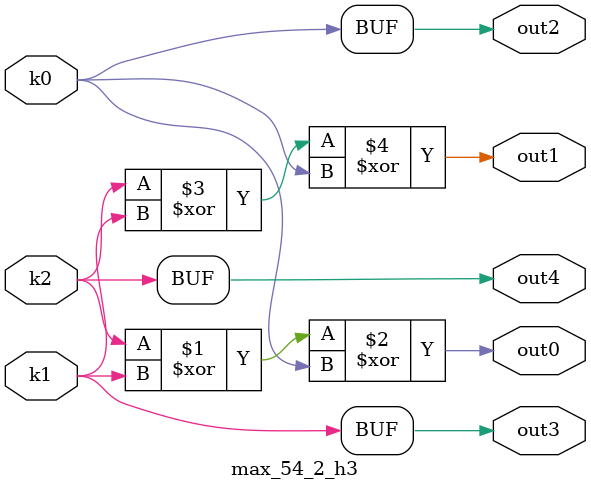
<source format=v>
module max_54_2(pi00, pi01, pi02, pi03, pi04, pi05, pi06, pi07, pi08, pi09, po0, po1, po2, po3, po4);
input pi00, pi01, pi02, pi03, pi04, pi05, pi06, pi07, pi08, pi09;
output po0, po1, po2, po3, po4;
wire k0, k1, k2;
max_54_2_w3 DUT1 (pi00, pi01, pi02, pi03, pi04, pi05, pi06, pi07, pi08, pi09, k0, k1, k2);
max_54_2_h3 DUT2 (k0, k1, k2, po0, po1, po2, po3, po4);
endmodule

module max_54_2_w3(in9, in8, in7, in6, in5, in4, in3, in2, in1, in0, k2, k1, k0);
input in9, in8, in7, in6, in5, in4, in3, in2, in1, in0;
output k2, k1, k0;
assign k0 =   (in6 & in7) | (~in5 & ~in4 & ~in7);
assign k1 =   ~in8 & (((in1 | ~in0) & ((~in9 & (~in3 | in2) & (~in6 | (~in5 & ~in4))) | (~in3 & in2))) | (in1 & ~in0));
assign k2 =   ~in6 & ~in5 & ~in4;
endmodule

module max_54_2_h3(k2, k1, k0, out4, out3, out2, out1, out0);
input k2, k1, k0;
output out4, out3, out2, out1, out0;
assign out0 = k2 ^ k1 ^ k0;
assign out1 = k2 ^ k1 ^ k0;
assign out2 = k0;
assign out3 = k1;
assign out4 = k2;
endmodule

</source>
